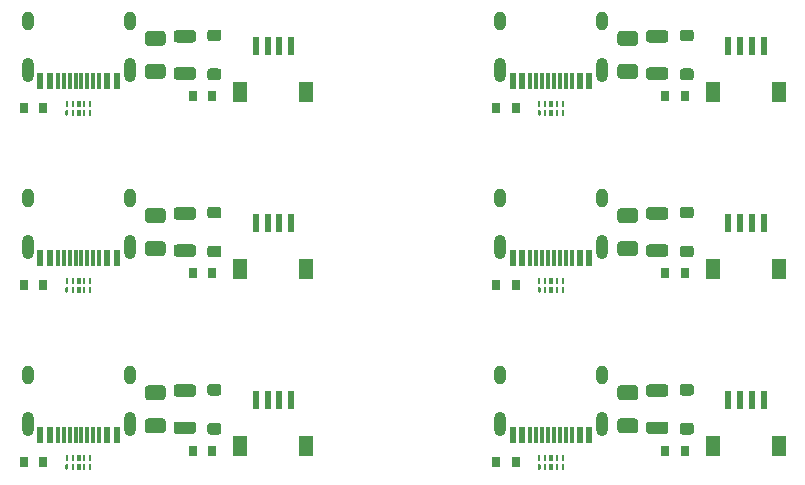
<source format=gbr>
%TF.GenerationSoftware,KiCad,Pcbnew,(5.1.11)-1*%
%TF.CreationDate,2022-09-07T06:47:23+07:00*%
%TF.ProjectId,Eclipse Voyager - Copy,45636c69-7073-4652-9056-6f7961676572,rev?*%
%TF.SameCoordinates,Original*%
%TF.FileFunction,Paste,Top*%
%TF.FilePolarity,Positive*%
%FSLAX46Y46*%
G04 Gerber Fmt 4.6, Leading zero omitted, Abs format (unit mm)*
G04 Created by KiCad (PCBNEW (5.1.11)-1) date 2022-09-07 06:47:23*
%MOMM*%
%LPD*%
G01*
G04 APERTURE LIST*
%ADD10R,0.600000X1.450000*%
%ADD11R,0.300000X1.450000*%
%ADD12O,1.000000X2.100000*%
%ADD13O,1.000000X1.600000*%
%ADD14R,1.200000X1.800000*%
%ADD15R,0.600000X1.550000*%
%ADD16R,0.800000X0.950000*%
%ADD17R,0.300000X0.550000*%
%ADD18R,0.250000X0.550000*%
G04 APERTURE END LIST*
D10*
%TO.C,USB1*%
X168775000Y-32695000D03*
X175225000Y-32695000D03*
X169550000Y-32695000D03*
X174450000Y-32695000D03*
D11*
X173750000Y-32695000D03*
X170250000Y-32695000D03*
X173250000Y-32695000D03*
X170750000Y-32695000D03*
X172750000Y-32695000D03*
X171250000Y-32695000D03*
X171750000Y-32695000D03*
X172250000Y-32695000D03*
D12*
X176320000Y-31780000D03*
X167680000Y-31780000D03*
D13*
X176320000Y-27600000D03*
X167680000Y-27600000D03*
%TD*%
D14*
%TO.C,J1*%
X191300000Y-63600000D03*
X185700000Y-63600000D03*
D15*
X187000000Y-59725000D03*
X188000000Y-59725000D03*
X190000000Y-59725000D03*
X189000000Y-59725000D03*
%TD*%
D14*
%TO.C,J1*%
X151300000Y-63600000D03*
X145700000Y-63600000D03*
D15*
X147000000Y-59725000D03*
X148000000Y-59725000D03*
X150000000Y-59725000D03*
X149000000Y-59725000D03*
%TD*%
D14*
%TO.C,J1*%
X191300000Y-48600000D03*
X185700000Y-48600000D03*
D15*
X187000000Y-44725000D03*
X188000000Y-44725000D03*
X190000000Y-44725000D03*
X189000000Y-44725000D03*
%TD*%
D14*
%TO.C,J1*%
X151300000Y-48600000D03*
X145700000Y-48600000D03*
D15*
X147000000Y-44725000D03*
X148000000Y-44725000D03*
X150000000Y-44725000D03*
X149000000Y-44725000D03*
%TD*%
D14*
%TO.C,J1*%
X191300000Y-33600000D03*
X185700000Y-33600000D03*
D15*
X187000000Y-29725000D03*
X188000000Y-29725000D03*
X190000000Y-29725000D03*
X189000000Y-29725000D03*
%TD*%
%TO.C,L1*%
G36*
G01*
X181700001Y-59450000D02*
X180299999Y-59450000D01*
G75*
G02*
X180050000Y-59200001I0J249999D01*
G01*
X180050000Y-58649999D01*
G75*
G02*
X180299999Y-58400000I249999J0D01*
G01*
X181700001Y-58400000D01*
G75*
G02*
X181950000Y-58649999I0J-249999D01*
G01*
X181950000Y-59200001D01*
G75*
G02*
X181700001Y-59450000I-249999J0D01*
G01*
G37*
G36*
G01*
X181700001Y-62600000D02*
X180299999Y-62600000D01*
G75*
G02*
X180050000Y-62350001I0J249999D01*
G01*
X180050000Y-61799999D01*
G75*
G02*
X180299999Y-61550000I249999J0D01*
G01*
X181700001Y-61550000D01*
G75*
G02*
X181950000Y-61799999I0J-249999D01*
G01*
X181950000Y-62350001D01*
G75*
G02*
X181700001Y-62600000I-249999J0D01*
G01*
G37*
%TD*%
%TO.C,L1*%
G36*
G01*
X141700001Y-59450000D02*
X140299999Y-59450000D01*
G75*
G02*
X140050000Y-59200001I0J249999D01*
G01*
X140050000Y-58649999D01*
G75*
G02*
X140299999Y-58400000I249999J0D01*
G01*
X141700001Y-58400000D01*
G75*
G02*
X141950000Y-58649999I0J-249999D01*
G01*
X141950000Y-59200001D01*
G75*
G02*
X141700001Y-59450000I-249999J0D01*
G01*
G37*
G36*
G01*
X141700001Y-62600000D02*
X140299999Y-62600000D01*
G75*
G02*
X140050000Y-62350001I0J249999D01*
G01*
X140050000Y-61799999D01*
G75*
G02*
X140299999Y-61550000I249999J0D01*
G01*
X141700001Y-61550000D01*
G75*
G02*
X141950000Y-61799999I0J-249999D01*
G01*
X141950000Y-62350001D01*
G75*
G02*
X141700001Y-62600000I-249999J0D01*
G01*
G37*
%TD*%
%TO.C,L1*%
G36*
G01*
X181700001Y-44450000D02*
X180299999Y-44450000D01*
G75*
G02*
X180050000Y-44200001I0J249999D01*
G01*
X180050000Y-43649999D01*
G75*
G02*
X180299999Y-43400000I249999J0D01*
G01*
X181700001Y-43400000D01*
G75*
G02*
X181950000Y-43649999I0J-249999D01*
G01*
X181950000Y-44200001D01*
G75*
G02*
X181700001Y-44450000I-249999J0D01*
G01*
G37*
G36*
G01*
X181700001Y-47600000D02*
X180299999Y-47600000D01*
G75*
G02*
X180050000Y-47350001I0J249999D01*
G01*
X180050000Y-46799999D01*
G75*
G02*
X180299999Y-46550000I249999J0D01*
G01*
X181700001Y-46550000D01*
G75*
G02*
X181950000Y-46799999I0J-249999D01*
G01*
X181950000Y-47350001D01*
G75*
G02*
X181700001Y-47600000I-249999J0D01*
G01*
G37*
%TD*%
%TO.C,L1*%
G36*
G01*
X141700001Y-44450000D02*
X140299999Y-44450000D01*
G75*
G02*
X140050000Y-44200001I0J249999D01*
G01*
X140050000Y-43649999D01*
G75*
G02*
X140299999Y-43400000I249999J0D01*
G01*
X141700001Y-43400000D01*
G75*
G02*
X141950000Y-43649999I0J-249999D01*
G01*
X141950000Y-44200001D01*
G75*
G02*
X141700001Y-44450000I-249999J0D01*
G01*
G37*
G36*
G01*
X141700001Y-47600000D02*
X140299999Y-47600000D01*
G75*
G02*
X140050000Y-47350001I0J249999D01*
G01*
X140050000Y-46799999D01*
G75*
G02*
X140299999Y-46550000I249999J0D01*
G01*
X141700001Y-46550000D01*
G75*
G02*
X141950000Y-46799999I0J-249999D01*
G01*
X141950000Y-47350001D01*
G75*
G02*
X141700001Y-47600000I-249999J0D01*
G01*
G37*
%TD*%
%TO.C,L1*%
G36*
G01*
X181700001Y-29450000D02*
X180299999Y-29450000D01*
G75*
G02*
X180050000Y-29200001I0J249999D01*
G01*
X180050000Y-28649999D01*
G75*
G02*
X180299999Y-28400000I249999J0D01*
G01*
X181700001Y-28400000D01*
G75*
G02*
X181950000Y-28649999I0J-249999D01*
G01*
X181950000Y-29200001D01*
G75*
G02*
X181700001Y-29450000I-249999J0D01*
G01*
G37*
G36*
G01*
X181700001Y-32600000D02*
X180299999Y-32600000D01*
G75*
G02*
X180050000Y-32350001I0J249999D01*
G01*
X180050000Y-31799999D01*
G75*
G02*
X180299999Y-31550000I249999J0D01*
G01*
X181700001Y-31550000D01*
G75*
G02*
X181950000Y-31799999I0J-249999D01*
G01*
X181950000Y-32350001D01*
G75*
G02*
X181700001Y-32600000I-249999J0D01*
G01*
G37*
%TD*%
%TO.C,F1*%
G36*
G01*
X179125000Y-59725000D02*
X177875000Y-59725000D01*
G75*
G02*
X177625000Y-59475000I0J250000D01*
G01*
X177625000Y-58725000D01*
G75*
G02*
X177875000Y-58475000I250000J0D01*
G01*
X179125000Y-58475000D01*
G75*
G02*
X179375000Y-58725000I0J-250000D01*
G01*
X179375000Y-59475000D01*
G75*
G02*
X179125000Y-59725000I-250000J0D01*
G01*
G37*
G36*
G01*
X179125000Y-62525000D02*
X177875000Y-62525000D01*
G75*
G02*
X177625000Y-62275000I0J250000D01*
G01*
X177625000Y-61525000D01*
G75*
G02*
X177875000Y-61275000I250000J0D01*
G01*
X179125000Y-61275000D01*
G75*
G02*
X179375000Y-61525000I0J-250000D01*
G01*
X179375000Y-62275000D01*
G75*
G02*
X179125000Y-62525000I-250000J0D01*
G01*
G37*
%TD*%
%TO.C,F1*%
G36*
G01*
X139125000Y-59725000D02*
X137875000Y-59725000D01*
G75*
G02*
X137625000Y-59475000I0J250000D01*
G01*
X137625000Y-58725000D01*
G75*
G02*
X137875000Y-58475000I250000J0D01*
G01*
X139125000Y-58475000D01*
G75*
G02*
X139375000Y-58725000I0J-250000D01*
G01*
X139375000Y-59475000D01*
G75*
G02*
X139125000Y-59725000I-250000J0D01*
G01*
G37*
G36*
G01*
X139125000Y-62525000D02*
X137875000Y-62525000D01*
G75*
G02*
X137625000Y-62275000I0J250000D01*
G01*
X137625000Y-61525000D01*
G75*
G02*
X137875000Y-61275000I250000J0D01*
G01*
X139125000Y-61275000D01*
G75*
G02*
X139375000Y-61525000I0J-250000D01*
G01*
X139375000Y-62275000D01*
G75*
G02*
X139125000Y-62525000I-250000J0D01*
G01*
G37*
%TD*%
%TO.C,F1*%
G36*
G01*
X179125000Y-44725000D02*
X177875000Y-44725000D01*
G75*
G02*
X177625000Y-44475000I0J250000D01*
G01*
X177625000Y-43725000D01*
G75*
G02*
X177875000Y-43475000I250000J0D01*
G01*
X179125000Y-43475000D01*
G75*
G02*
X179375000Y-43725000I0J-250000D01*
G01*
X179375000Y-44475000D01*
G75*
G02*
X179125000Y-44725000I-250000J0D01*
G01*
G37*
G36*
G01*
X179125000Y-47525000D02*
X177875000Y-47525000D01*
G75*
G02*
X177625000Y-47275000I0J250000D01*
G01*
X177625000Y-46525000D01*
G75*
G02*
X177875000Y-46275000I250000J0D01*
G01*
X179125000Y-46275000D01*
G75*
G02*
X179375000Y-46525000I0J-250000D01*
G01*
X179375000Y-47275000D01*
G75*
G02*
X179125000Y-47525000I-250000J0D01*
G01*
G37*
%TD*%
%TO.C,F1*%
G36*
G01*
X139125000Y-44725000D02*
X137875000Y-44725000D01*
G75*
G02*
X137625000Y-44475000I0J250000D01*
G01*
X137625000Y-43725000D01*
G75*
G02*
X137875000Y-43475000I250000J0D01*
G01*
X139125000Y-43475000D01*
G75*
G02*
X139375000Y-43725000I0J-250000D01*
G01*
X139375000Y-44475000D01*
G75*
G02*
X139125000Y-44725000I-250000J0D01*
G01*
G37*
G36*
G01*
X139125000Y-47525000D02*
X137875000Y-47525000D01*
G75*
G02*
X137625000Y-47275000I0J250000D01*
G01*
X137625000Y-46525000D01*
G75*
G02*
X137875000Y-46275000I250000J0D01*
G01*
X139125000Y-46275000D01*
G75*
G02*
X139375000Y-46525000I0J-250000D01*
G01*
X139375000Y-47275000D01*
G75*
G02*
X139125000Y-47525000I-250000J0D01*
G01*
G37*
%TD*%
%TO.C,F1*%
G36*
G01*
X179125000Y-29725000D02*
X177875000Y-29725000D01*
G75*
G02*
X177625000Y-29475000I0J250000D01*
G01*
X177625000Y-28725000D01*
G75*
G02*
X177875000Y-28475000I250000J0D01*
G01*
X179125000Y-28475000D01*
G75*
G02*
X179375000Y-28725000I0J-250000D01*
G01*
X179375000Y-29475000D01*
G75*
G02*
X179125000Y-29725000I-250000J0D01*
G01*
G37*
G36*
G01*
X179125000Y-32525000D02*
X177875000Y-32525000D01*
G75*
G02*
X177625000Y-32275000I0J250000D01*
G01*
X177625000Y-31525000D01*
G75*
G02*
X177875000Y-31275000I250000J0D01*
G01*
X179125000Y-31275000D01*
G75*
G02*
X179375000Y-31525000I0J-250000D01*
G01*
X179375000Y-32275000D01*
G75*
G02*
X179125000Y-32525000I-250000J0D01*
G01*
G37*
%TD*%
D16*
%TO.C,R2*%
X169025000Y-65000000D03*
X167375000Y-65000000D03*
%TD*%
%TO.C,R2*%
X129025000Y-65000000D03*
X127375000Y-65000000D03*
%TD*%
%TO.C,R2*%
X169025000Y-50000000D03*
X167375000Y-50000000D03*
%TD*%
%TO.C,R2*%
X129025000Y-50000000D03*
X127375000Y-50000000D03*
%TD*%
%TO.C,R2*%
X169025000Y-35000000D03*
X167375000Y-35000000D03*
%TD*%
%TO.C,R1*%
X181675000Y-64000000D03*
X183325000Y-64000000D03*
%TD*%
%TO.C,R1*%
X141675000Y-64000000D03*
X143325000Y-64000000D03*
%TD*%
%TO.C,R1*%
X181675000Y-49000000D03*
X183325000Y-49000000D03*
%TD*%
%TO.C,R1*%
X141675000Y-49000000D03*
X143325000Y-49000000D03*
%TD*%
%TO.C,R1*%
X181675000Y-34000000D03*
X183325000Y-34000000D03*
%TD*%
%TO.C,D1*%
G36*
G01*
X183850000Y-59350000D02*
X183150000Y-59350000D01*
G75*
G02*
X182900000Y-59100000I0J250000D01*
G01*
X182900000Y-58600000D01*
G75*
G02*
X183150000Y-58350000I250000J0D01*
G01*
X183850000Y-58350000D01*
G75*
G02*
X184100000Y-58600000I0J-250000D01*
G01*
X184100000Y-59100000D01*
G75*
G02*
X183850000Y-59350000I-250000J0D01*
G01*
G37*
G36*
G01*
X183850000Y-62650000D02*
X183150000Y-62650000D01*
G75*
G02*
X182900000Y-62400000I0J250000D01*
G01*
X182900000Y-61900000D01*
G75*
G02*
X183150000Y-61650000I250000J0D01*
G01*
X183850000Y-61650000D01*
G75*
G02*
X184100000Y-61900000I0J-250000D01*
G01*
X184100000Y-62400000D01*
G75*
G02*
X183850000Y-62650000I-250000J0D01*
G01*
G37*
%TD*%
%TO.C,D1*%
G36*
G01*
X143850000Y-59350000D02*
X143150000Y-59350000D01*
G75*
G02*
X142900000Y-59100000I0J250000D01*
G01*
X142900000Y-58600000D01*
G75*
G02*
X143150000Y-58350000I250000J0D01*
G01*
X143850000Y-58350000D01*
G75*
G02*
X144100000Y-58600000I0J-250000D01*
G01*
X144100000Y-59100000D01*
G75*
G02*
X143850000Y-59350000I-250000J0D01*
G01*
G37*
G36*
G01*
X143850000Y-62650000D02*
X143150000Y-62650000D01*
G75*
G02*
X142900000Y-62400000I0J250000D01*
G01*
X142900000Y-61900000D01*
G75*
G02*
X143150000Y-61650000I250000J0D01*
G01*
X143850000Y-61650000D01*
G75*
G02*
X144100000Y-61900000I0J-250000D01*
G01*
X144100000Y-62400000D01*
G75*
G02*
X143850000Y-62650000I-250000J0D01*
G01*
G37*
%TD*%
%TO.C,D1*%
G36*
G01*
X183850000Y-44350000D02*
X183150000Y-44350000D01*
G75*
G02*
X182900000Y-44100000I0J250000D01*
G01*
X182900000Y-43600000D01*
G75*
G02*
X183150000Y-43350000I250000J0D01*
G01*
X183850000Y-43350000D01*
G75*
G02*
X184100000Y-43600000I0J-250000D01*
G01*
X184100000Y-44100000D01*
G75*
G02*
X183850000Y-44350000I-250000J0D01*
G01*
G37*
G36*
G01*
X183850000Y-47650000D02*
X183150000Y-47650000D01*
G75*
G02*
X182900000Y-47400000I0J250000D01*
G01*
X182900000Y-46900000D01*
G75*
G02*
X183150000Y-46650000I250000J0D01*
G01*
X183850000Y-46650000D01*
G75*
G02*
X184100000Y-46900000I0J-250000D01*
G01*
X184100000Y-47400000D01*
G75*
G02*
X183850000Y-47650000I-250000J0D01*
G01*
G37*
%TD*%
%TO.C,D1*%
G36*
G01*
X143850000Y-44350000D02*
X143150000Y-44350000D01*
G75*
G02*
X142900000Y-44100000I0J250000D01*
G01*
X142900000Y-43600000D01*
G75*
G02*
X143150000Y-43350000I250000J0D01*
G01*
X143850000Y-43350000D01*
G75*
G02*
X144100000Y-43600000I0J-250000D01*
G01*
X144100000Y-44100000D01*
G75*
G02*
X143850000Y-44350000I-250000J0D01*
G01*
G37*
G36*
G01*
X143850000Y-47650000D02*
X143150000Y-47650000D01*
G75*
G02*
X142900000Y-47400000I0J250000D01*
G01*
X142900000Y-46900000D01*
G75*
G02*
X143150000Y-46650000I250000J0D01*
G01*
X143850000Y-46650000D01*
G75*
G02*
X144100000Y-46900000I0J-250000D01*
G01*
X144100000Y-47400000D01*
G75*
G02*
X143850000Y-47650000I-250000J0D01*
G01*
G37*
%TD*%
%TO.C,D1*%
G36*
G01*
X183850000Y-29350000D02*
X183150000Y-29350000D01*
G75*
G02*
X182900000Y-29100000I0J250000D01*
G01*
X182900000Y-28600000D01*
G75*
G02*
X183150000Y-28350000I250000J0D01*
G01*
X183850000Y-28350000D01*
G75*
G02*
X184100000Y-28600000I0J-250000D01*
G01*
X184100000Y-29100000D01*
G75*
G02*
X183850000Y-29350000I-250000J0D01*
G01*
G37*
G36*
G01*
X183850000Y-32650000D02*
X183150000Y-32650000D01*
G75*
G02*
X182900000Y-32400000I0J250000D01*
G01*
X182900000Y-31900000D01*
G75*
G02*
X183150000Y-31650000I250000J0D01*
G01*
X183850000Y-31650000D01*
G75*
G02*
X184100000Y-31900000I0J-250000D01*
G01*
X184100000Y-32400000D01*
G75*
G02*
X183850000Y-32650000I-250000J0D01*
G01*
G37*
%TD*%
D17*
%TO.C,U1*%
X172000000Y-64615000D03*
D18*
X171000000Y-64615000D03*
X172500000Y-64615000D03*
X173000000Y-64615000D03*
X171500000Y-64615000D03*
X173000000Y-65385000D03*
X172500000Y-65385000D03*
D17*
X172000000Y-65385000D03*
D18*
X171500000Y-65385000D03*
G36*
G01*
X170875000Y-65535000D02*
X170875000Y-65235000D01*
G75*
G02*
X171000000Y-65110000I125000J0D01*
G01*
X171000000Y-65110000D01*
G75*
G02*
X171125000Y-65235000I0J-125000D01*
G01*
X171125000Y-65535000D01*
G75*
G02*
X171000000Y-65660000I-125000J0D01*
G01*
X171000000Y-65660000D01*
G75*
G02*
X170875000Y-65535000I0J125000D01*
G01*
G37*
%TD*%
D17*
%TO.C,U1*%
X132000000Y-64615000D03*
D18*
X131000000Y-64615000D03*
X132500000Y-64615000D03*
X133000000Y-64615000D03*
X131500000Y-64615000D03*
X133000000Y-65385000D03*
X132500000Y-65385000D03*
D17*
X132000000Y-65385000D03*
D18*
X131500000Y-65385000D03*
G36*
G01*
X130875000Y-65535000D02*
X130875000Y-65235000D01*
G75*
G02*
X131000000Y-65110000I125000J0D01*
G01*
X131000000Y-65110000D01*
G75*
G02*
X131125000Y-65235000I0J-125000D01*
G01*
X131125000Y-65535000D01*
G75*
G02*
X131000000Y-65660000I-125000J0D01*
G01*
X131000000Y-65660000D01*
G75*
G02*
X130875000Y-65535000I0J125000D01*
G01*
G37*
%TD*%
D17*
%TO.C,U1*%
X172000000Y-49615000D03*
D18*
X171000000Y-49615000D03*
X172500000Y-49615000D03*
X173000000Y-49615000D03*
X171500000Y-49615000D03*
X173000000Y-50385000D03*
X172500000Y-50385000D03*
D17*
X172000000Y-50385000D03*
D18*
X171500000Y-50385000D03*
G36*
G01*
X170875000Y-50535000D02*
X170875000Y-50235000D01*
G75*
G02*
X171000000Y-50110000I125000J0D01*
G01*
X171000000Y-50110000D01*
G75*
G02*
X171125000Y-50235000I0J-125000D01*
G01*
X171125000Y-50535000D01*
G75*
G02*
X171000000Y-50660000I-125000J0D01*
G01*
X171000000Y-50660000D01*
G75*
G02*
X170875000Y-50535000I0J125000D01*
G01*
G37*
%TD*%
D17*
%TO.C,U1*%
X132000000Y-49615000D03*
D18*
X131000000Y-49615000D03*
X132500000Y-49615000D03*
X133000000Y-49615000D03*
X131500000Y-49615000D03*
X133000000Y-50385000D03*
X132500000Y-50385000D03*
D17*
X132000000Y-50385000D03*
D18*
X131500000Y-50385000D03*
G36*
G01*
X130875000Y-50535000D02*
X130875000Y-50235000D01*
G75*
G02*
X131000000Y-50110000I125000J0D01*
G01*
X131000000Y-50110000D01*
G75*
G02*
X131125000Y-50235000I0J-125000D01*
G01*
X131125000Y-50535000D01*
G75*
G02*
X131000000Y-50660000I-125000J0D01*
G01*
X131000000Y-50660000D01*
G75*
G02*
X130875000Y-50535000I0J125000D01*
G01*
G37*
%TD*%
D17*
%TO.C,U1*%
X172000000Y-34615000D03*
D18*
X171000000Y-34615000D03*
X172500000Y-34615000D03*
X173000000Y-34615000D03*
X171500000Y-34615000D03*
X173000000Y-35385000D03*
X172500000Y-35385000D03*
D17*
X172000000Y-35385000D03*
D18*
X171500000Y-35385000D03*
G36*
G01*
X170875000Y-35535000D02*
X170875000Y-35235000D01*
G75*
G02*
X171000000Y-35110000I125000J0D01*
G01*
X171000000Y-35110000D01*
G75*
G02*
X171125000Y-35235000I0J-125000D01*
G01*
X171125000Y-35535000D01*
G75*
G02*
X171000000Y-35660000I-125000J0D01*
G01*
X171000000Y-35660000D01*
G75*
G02*
X170875000Y-35535000I0J125000D01*
G01*
G37*
%TD*%
D10*
%TO.C,USB1*%
X168775000Y-62695000D03*
X175225000Y-62695000D03*
X169550000Y-62695000D03*
X174450000Y-62695000D03*
D11*
X173750000Y-62695000D03*
X170250000Y-62695000D03*
X173250000Y-62695000D03*
X170750000Y-62695000D03*
X172750000Y-62695000D03*
X171250000Y-62695000D03*
X171750000Y-62695000D03*
X172250000Y-62695000D03*
D12*
X176320000Y-61780000D03*
X167680000Y-61780000D03*
D13*
X176320000Y-57600000D03*
X167680000Y-57600000D03*
%TD*%
D10*
%TO.C,USB1*%
X128775000Y-62695000D03*
X135225000Y-62695000D03*
X129550000Y-62695000D03*
X134450000Y-62695000D03*
D11*
X133750000Y-62695000D03*
X130250000Y-62695000D03*
X133250000Y-62695000D03*
X130750000Y-62695000D03*
X132750000Y-62695000D03*
X131250000Y-62695000D03*
X131750000Y-62695000D03*
X132250000Y-62695000D03*
D12*
X136320000Y-61780000D03*
X127680000Y-61780000D03*
D13*
X136320000Y-57600000D03*
X127680000Y-57600000D03*
%TD*%
D10*
%TO.C,USB1*%
X168775000Y-47695000D03*
X175225000Y-47695000D03*
X169550000Y-47695000D03*
X174450000Y-47695000D03*
D11*
X173750000Y-47695000D03*
X170250000Y-47695000D03*
X173250000Y-47695000D03*
X170750000Y-47695000D03*
X172750000Y-47695000D03*
X171250000Y-47695000D03*
X171750000Y-47695000D03*
X172250000Y-47695000D03*
D12*
X176320000Y-46780000D03*
X167680000Y-46780000D03*
D13*
X176320000Y-42600000D03*
X167680000Y-42600000D03*
%TD*%
D10*
%TO.C,USB1*%
X128775000Y-47695000D03*
X135225000Y-47695000D03*
X129550000Y-47695000D03*
X134450000Y-47695000D03*
D11*
X133750000Y-47695000D03*
X130250000Y-47695000D03*
X133250000Y-47695000D03*
X130750000Y-47695000D03*
X132750000Y-47695000D03*
X131250000Y-47695000D03*
X131750000Y-47695000D03*
X132250000Y-47695000D03*
D12*
X136320000Y-46780000D03*
X127680000Y-46780000D03*
D13*
X136320000Y-42600000D03*
X127680000Y-42600000D03*
%TD*%
%TO.C,F1*%
G36*
G01*
X139125000Y-29725000D02*
X137875000Y-29725000D01*
G75*
G02*
X137625000Y-29475000I0J250000D01*
G01*
X137625000Y-28725000D01*
G75*
G02*
X137875000Y-28475000I250000J0D01*
G01*
X139125000Y-28475000D01*
G75*
G02*
X139375000Y-28725000I0J-250000D01*
G01*
X139375000Y-29475000D01*
G75*
G02*
X139125000Y-29725000I-250000J0D01*
G01*
G37*
G36*
G01*
X139125000Y-32525000D02*
X137875000Y-32525000D01*
G75*
G02*
X137625000Y-32275000I0J250000D01*
G01*
X137625000Y-31525000D01*
G75*
G02*
X137875000Y-31275000I250000J0D01*
G01*
X139125000Y-31275000D01*
G75*
G02*
X139375000Y-31525000I0J-250000D01*
G01*
X139375000Y-32275000D01*
G75*
G02*
X139125000Y-32525000I-250000J0D01*
G01*
G37*
%TD*%
D17*
%TO.C,U1*%
X132000000Y-34615000D03*
D18*
X131000000Y-34615000D03*
X132500000Y-34615000D03*
X133000000Y-34615000D03*
X131500000Y-34615000D03*
X133000000Y-35385000D03*
X132500000Y-35385000D03*
D17*
X132000000Y-35385000D03*
D18*
X131500000Y-35385000D03*
G36*
G01*
X130875000Y-35535000D02*
X130875000Y-35235000D01*
G75*
G02*
X131000000Y-35110000I125000J0D01*
G01*
X131000000Y-35110000D01*
G75*
G02*
X131125000Y-35235000I0J-125000D01*
G01*
X131125000Y-35535000D01*
G75*
G02*
X131000000Y-35660000I-125000J0D01*
G01*
X131000000Y-35660000D01*
G75*
G02*
X130875000Y-35535000I0J125000D01*
G01*
G37*
%TD*%
D16*
%TO.C,R2*%
X129025000Y-35000000D03*
X127375000Y-35000000D03*
%TD*%
%TO.C,R1*%
X141675000Y-34000000D03*
X143325000Y-34000000D03*
%TD*%
%TO.C,L1*%
G36*
G01*
X141700001Y-29450000D02*
X140299999Y-29450000D01*
G75*
G02*
X140050000Y-29200001I0J249999D01*
G01*
X140050000Y-28649999D01*
G75*
G02*
X140299999Y-28400000I249999J0D01*
G01*
X141700001Y-28400000D01*
G75*
G02*
X141950000Y-28649999I0J-249999D01*
G01*
X141950000Y-29200001D01*
G75*
G02*
X141700001Y-29450000I-249999J0D01*
G01*
G37*
G36*
G01*
X141700001Y-32600000D02*
X140299999Y-32600000D01*
G75*
G02*
X140050000Y-32350001I0J249999D01*
G01*
X140050000Y-31799999D01*
G75*
G02*
X140299999Y-31550000I249999J0D01*
G01*
X141700001Y-31550000D01*
G75*
G02*
X141950000Y-31799999I0J-249999D01*
G01*
X141950000Y-32350001D01*
G75*
G02*
X141700001Y-32600000I-249999J0D01*
G01*
G37*
%TD*%
%TO.C,D1*%
G36*
G01*
X143850000Y-29350000D02*
X143150000Y-29350000D01*
G75*
G02*
X142900000Y-29100000I0J250000D01*
G01*
X142900000Y-28600000D01*
G75*
G02*
X143150000Y-28350000I250000J0D01*
G01*
X143850000Y-28350000D01*
G75*
G02*
X144100000Y-28600000I0J-250000D01*
G01*
X144100000Y-29100000D01*
G75*
G02*
X143850000Y-29350000I-250000J0D01*
G01*
G37*
G36*
G01*
X143850000Y-32650000D02*
X143150000Y-32650000D01*
G75*
G02*
X142900000Y-32400000I0J250000D01*
G01*
X142900000Y-31900000D01*
G75*
G02*
X143150000Y-31650000I250000J0D01*
G01*
X143850000Y-31650000D01*
G75*
G02*
X144100000Y-31900000I0J-250000D01*
G01*
X144100000Y-32400000D01*
G75*
G02*
X143850000Y-32650000I-250000J0D01*
G01*
G37*
%TD*%
D14*
%TO.C,J1*%
X151300000Y-33600000D03*
X145700000Y-33600000D03*
D15*
X147000000Y-29725000D03*
X148000000Y-29725000D03*
X150000000Y-29725000D03*
X149000000Y-29725000D03*
%TD*%
D10*
%TO.C,USB1*%
X128775000Y-32695000D03*
X135225000Y-32695000D03*
X129550000Y-32695000D03*
X134450000Y-32695000D03*
D11*
X133750000Y-32695000D03*
X130250000Y-32695000D03*
X133250000Y-32695000D03*
X130750000Y-32695000D03*
X132750000Y-32695000D03*
X131250000Y-32695000D03*
X131750000Y-32695000D03*
X132250000Y-32695000D03*
D12*
X136320000Y-31780000D03*
X127680000Y-31780000D03*
D13*
X136320000Y-27600000D03*
X127680000Y-27600000D03*
%TD*%
M02*

</source>
